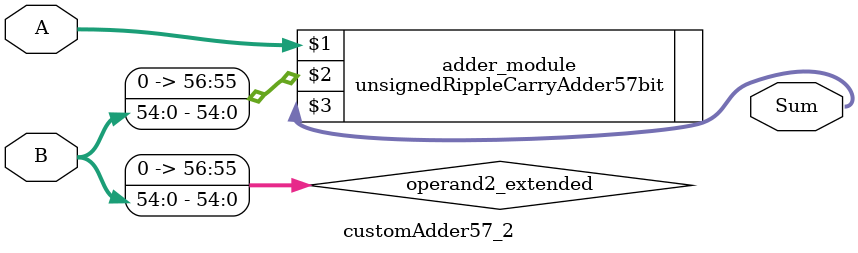
<source format=v>
module customAdder57_2(
                        input [56 : 0] A,
                        input [54 : 0] B,
                        
                        output [57 : 0] Sum
                );

        wire [56 : 0] operand2_extended;
        
        assign operand2_extended =  {2'b0, B};
        
        unsignedRippleCarryAdder57bit adder_module(
            A,
            operand2_extended,
            Sum
        );
        
        endmodule
        
</source>
